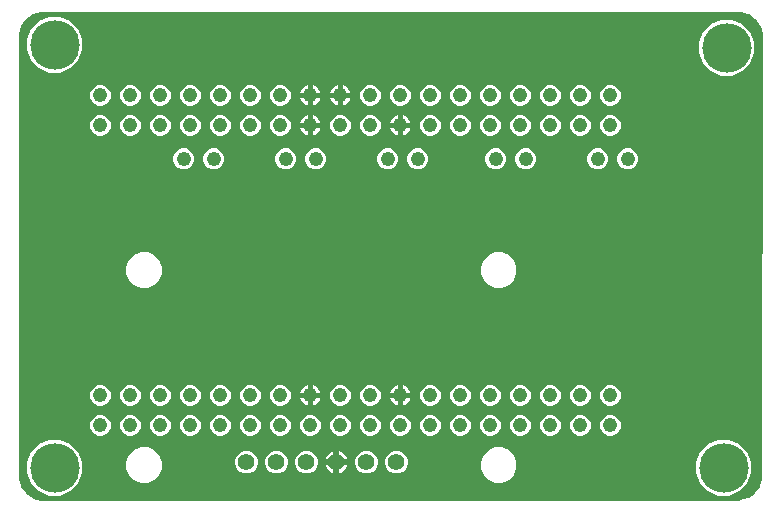
<source format=gbr>
G04 EAGLE Gerber RS-274X export*
G75*
%MOMM*%
%FSLAX34Y34*%
%LPD*%
%INCopper Layer 2*%
%IPPOS*%
%AMOC8*
5,1,8,0,0,1.08239X$1,22.5*%
G01*
%ADD10C,1.244600*%
%ADD11C,4.191000*%
%ADD12C,1.400000*%
%ADD13C,0.654800*%
%ADD14C,0.609600*%

G36*
X23906Y2539D02*
X23906Y2539D01*
X23970Y2541D01*
X25234Y2541D01*
X25255Y2543D01*
X25344Y2546D01*
X26318Y2631D01*
X26318Y2630D01*
X26430Y2602D01*
X26540Y2565D01*
X26584Y2562D01*
X26626Y2551D01*
X26787Y2541D01*
X607822Y2541D01*
X607920Y2553D01*
X608019Y2556D01*
X608077Y2573D01*
X608137Y2581D01*
X608229Y2617D01*
X608325Y2645D01*
X608377Y2675D01*
X608433Y2698D01*
X608513Y2756D01*
X608589Y2801D01*
X608613Y2805D01*
X608669Y2832D01*
X609656Y2746D01*
X609677Y2746D01*
X609766Y2741D01*
X611015Y2741D01*
X611032Y2736D01*
X611131Y2730D01*
X611151Y2727D01*
X611164Y2728D01*
X611193Y2726D01*
X613323Y2726D01*
X613408Y2737D01*
X613493Y2738D01*
X613627Y2765D01*
X613638Y2766D01*
X613642Y2768D01*
X613651Y2769D01*
X620176Y4518D01*
X620307Y4571D01*
X620438Y4620D01*
X620460Y4634D01*
X620471Y4638D01*
X620487Y4650D01*
X620576Y4704D01*
X626109Y8579D01*
X626214Y8674D01*
X626321Y8765D01*
X626337Y8785D01*
X626345Y8793D01*
X626356Y8809D01*
X626421Y8891D01*
X630296Y14424D01*
X630362Y14549D01*
X630431Y14671D01*
X630439Y14696D01*
X630444Y14706D01*
X630449Y14725D01*
X630482Y14824D01*
X632231Y21349D01*
X632242Y21434D01*
X632264Y21517D01*
X632272Y21653D01*
X632274Y21664D01*
X632273Y21668D01*
X632274Y21677D01*
X632274Y23809D01*
X632261Y23907D01*
X632259Y24001D01*
X632259Y25234D01*
X632257Y25255D01*
X632254Y25345D01*
X632169Y26317D01*
X632170Y26318D01*
X632199Y26431D01*
X632236Y26541D01*
X632239Y26584D01*
X632250Y26626D01*
X632260Y26787D01*
X632459Y392314D01*
X632453Y392357D01*
X632456Y392402D01*
X632433Y392515D01*
X632419Y392629D01*
X632403Y392670D01*
X632394Y392714D01*
X632368Y392768D01*
X632455Y393757D01*
X632454Y393778D01*
X632459Y393866D01*
X632460Y395120D01*
X632464Y395133D01*
X632470Y395232D01*
X632473Y395252D01*
X632472Y395265D01*
X632474Y395294D01*
X632474Y397423D01*
X632463Y397508D01*
X632462Y397593D01*
X632435Y397727D01*
X632434Y397738D01*
X632432Y397742D01*
X632431Y397751D01*
X630682Y404276D01*
X630629Y404407D01*
X630580Y404538D01*
X630566Y404560D01*
X630562Y404571D01*
X630550Y404587D01*
X630496Y404676D01*
X626621Y410209D01*
X626526Y410314D01*
X626435Y410421D01*
X626415Y410437D01*
X626407Y410445D01*
X626391Y410456D01*
X626309Y410521D01*
X620776Y414396D01*
X620651Y414462D01*
X620529Y414531D01*
X620504Y414539D01*
X620494Y414544D01*
X620475Y414549D01*
X620376Y414582D01*
X613851Y416331D01*
X613766Y416342D01*
X613683Y416364D01*
X613547Y416372D01*
X613536Y416374D01*
X613532Y416373D01*
X613523Y416374D01*
X611393Y416374D01*
X611294Y416361D01*
X611225Y416359D01*
X609966Y416359D01*
X609945Y416357D01*
X609856Y416354D01*
X608882Y416269D01*
X608882Y416270D01*
X608770Y416298D01*
X608660Y416335D01*
X608616Y416338D01*
X608574Y416349D01*
X608413Y416359D01*
X601777Y416359D01*
X601773Y416359D01*
X600160Y416359D01*
X600159Y416359D01*
X598630Y416359D01*
X598622Y416360D01*
X26787Y416559D01*
X26743Y416553D01*
X26699Y416556D01*
X26586Y416534D01*
X26471Y416519D01*
X26430Y416503D01*
X26387Y416494D01*
X26332Y416468D01*
X25344Y416555D01*
X25322Y416554D01*
X25233Y416559D01*
X23982Y416560D01*
X23967Y416564D01*
X23869Y416570D01*
X23848Y416573D01*
X23836Y416572D01*
X23807Y416574D01*
X21645Y416574D01*
X21560Y416563D01*
X21475Y416562D01*
X21340Y416535D01*
X21330Y416534D01*
X21326Y416532D01*
X21317Y416531D01*
X14730Y414766D01*
X14599Y414712D01*
X14468Y414663D01*
X14446Y414650D01*
X14435Y414645D01*
X14419Y414634D01*
X14330Y414579D01*
X8744Y410668D01*
X8640Y410573D01*
X8533Y410482D01*
X8517Y410462D01*
X8508Y410454D01*
X8497Y410438D01*
X8432Y410356D01*
X4521Y404770D01*
X4455Y404645D01*
X4386Y404523D01*
X4378Y404499D01*
X4372Y404489D01*
X4368Y404469D01*
X4334Y404370D01*
X2569Y397783D01*
X2558Y397698D01*
X2536Y397615D01*
X2528Y397479D01*
X2526Y397468D01*
X2527Y397464D01*
X2526Y397455D01*
X2526Y395293D01*
X2539Y395194D01*
X2541Y395125D01*
X2541Y393866D01*
X2543Y393845D01*
X2546Y393756D01*
X2631Y392782D01*
X2630Y392782D01*
X2602Y392670D01*
X2565Y392560D01*
X2562Y392516D01*
X2551Y392474D01*
X2541Y392313D01*
X2541Y26787D01*
X2546Y26743D01*
X2544Y26700D01*
X2566Y26586D01*
X2581Y26471D01*
X2597Y26431D01*
X2605Y26387D01*
X2632Y26331D01*
X2546Y25344D01*
X2546Y25323D01*
X2541Y25234D01*
X2541Y23985D01*
X2536Y23968D01*
X2530Y23868D01*
X2527Y23848D01*
X2528Y23835D01*
X2526Y23807D01*
X2526Y21645D01*
X2537Y21560D01*
X2538Y21475D01*
X2565Y21340D01*
X2566Y21330D01*
X2568Y21326D01*
X2569Y21317D01*
X4334Y14730D01*
X4388Y14599D01*
X4437Y14468D01*
X4450Y14446D01*
X4455Y14435D01*
X4466Y14419D01*
X4521Y14330D01*
X8432Y8744D01*
X8527Y8640D01*
X8618Y8533D01*
X8638Y8517D01*
X8646Y8508D01*
X8662Y8497D01*
X8744Y8432D01*
X14330Y4521D01*
X14455Y4455D01*
X14577Y4386D01*
X14601Y4378D01*
X14611Y4372D01*
X14631Y4368D01*
X14730Y4334D01*
X21317Y2569D01*
X21402Y2558D01*
X21485Y2536D01*
X21621Y2528D01*
X21632Y2526D01*
X21636Y2527D01*
X21645Y2526D01*
X23807Y2526D01*
X23906Y2539D01*
G37*
%LPC*%
G36*
X28346Y365124D02*
X28346Y365124D01*
X19711Y368701D01*
X13101Y375311D01*
X9524Y383946D01*
X9524Y393294D01*
X13101Y401929D01*
X19711Y408539D01*
X28346Y412116D01*
X37694Y412116D01*
X46329Y408539D01*
X52939Y401929D01*
X56516Y393294D01*
X56516Y383946D01*
X52939Y375311D01*
X46329Y368701D01*
X37694Y365124D01*
X28346Y365124D01*
G37*
%LPD*%
%LPC*%
G36*
X597306Y362584D02*
X597306Y362584D01*
X588671Y366161D01*
X582061Y372771D01*
X578484Y381406D01*
X578484Y390754D01*
X582061Y399389D01*
X588671Y405999D01*
X597306Y409576D01*
X606654Y409576D01*
X615289Y405999D01*
X621899Y399389D01*
X625476Y390754D01*
X625476Y381406D01*
X621899Y372771D01*
X615289Y366161D01*
X606654Y362584D01*
X597306Y362584D01*
G37*
%LPD*%
%LPC*%
G36*
X594766Y6984D02*
X594766Y6984D01*
X586131Y10561D01*
X579521Y17171D01*
X575944Y25806D01*
X575944Y35154D01*
X579521Y43789D01*
X586131Y50399D01*
X594766Y53976D01*
X604114Y53976D01*
X612749Y50399D01*
X619359Y43789D01*
X622936Y35154D01*
X622936Y25806D01*
X619359Y17171D01*
X612749Y10561D01*
X604114Y6984D01*
X594766Y6984D01*
G37*
%LPD*%
%LPC*%
G36*
X28346Y6984D02*
X28346Y6984D01*
X19711Y10561D01*
X13101Y17171D01*
X9524Y25806D01*
X9524Y35154D01*
X13101Y43789D01*
X19711Y50399D01*
X28346Y53976D01*
X37694Y53976D01*
X46329Y50399D01*
X52939Y43789D01*
X56516Y35154D01*
X56516Y25806D01*
X52939Y17171D01*
X46329Y10561D01*
X37694Y6984D01*
X28346Y6984D01*
G37*
%LPD*%
%LPC*%
G36*
X105908Y182659D02*
X105908Y182659D01*
X100380Y184949D01*
X96149Y189180D01*
X93859Y194708D01*
X93859Y200692D01*
X96149Y206220D01*
X100380Y210451D01*
X105908Y212741D01*
X111892Y212741D01*
X117420Y210451D01*
X121651Y206220D01*
X123941Y200692D01*
X123941Y194708D01*
X121651Y189180D01*
X117420Y184949D01*
X111892Y182659D01*
X105908Y182659D01*
G37*
%LPD*%
%LPC*%
G36*
X105908Y17659D02*
X105908Y17659D01*
X100380Y19949D01*
X96149Y24180D01*
X93859Y29708D01*
X93859Y35692D01*
X96149Y41220D01*
X100380Y45451D01*
X105908Y47741D01*
X111892Y47741D01*
X117420Y45451D01*
X121651Y41220D01*
X123941Y35692D01*
X123941Y29708D01*
X121651Y24180D01*
X117420Y19949D01*
X111892Y17659D01*
X105908Y17659D01*
G37*
%LPD*%
%LPC*%
G36*
X405908Y182659D02*
X405908Y182659D01*
X400380Y184949D01*
X396149Y189180D01*
X393859Y194708D01*
X393859Y200692D01*
X396149Y206220D01*
X400380Y210451D01*
X405908Y212741D01*
X411892Y212741D01*
X417420Y210451D01*
X421651Y206220D01*
X423941Y200692D01*
X423941Y194708D01*
X421651Y189180D01*
X417420Y184949D01*
X411892Y182659D01*
X405908Y182659D01*
G37*
%LPD*%
%LPC*%
G36*
X405908Y17659D02*
X405908Y17659D01*
X400380Y19949D01*
X396149Y24180D01*
X393859Y29708D01*
X393859Y35692D01*
X396149Y41220D01*
X400380Y45451D01*
X405908Y47741D01*
X411892Y47741D01*
X417420Y45451D01*
X421651Y41220D01*
X423941Y35692D01*
X423941Y29708D01*
X421651Y24180D01*
X417420Y19949D01*
X411892Y17659D01*
X405908Y17659D01*
G37*
%LPD*%
%LPC*%
G36*
X244302Y25699D02*
X244302Y25699D01*
X240796Y27152D01*
X238112Y29836D01*
X236659Y33342D01*
X236659Y37138D01*
X238112Y40644D01*
X240796Y43328D01*
X244302Y44781D01*
X248098Y44781D01*
X251604Y43328D01*
X254288Y40644D01*
X255741Y37138D01*
X255741Y33342D01*
X254288Y29836D01*
X251604Y27152D01*
X248098Y25699D01*
X244302Y25699D01*
G37*
%LPD*%
%LPC*%
G36*
X295102Y25699D02*
X295102Y25699D01*
X291596Y27152D01*
X288912Y29836D01*
X287459Y33342D01*
X287459Y37138D01*
X288912Y40644D01*
X291596Y43328D01*
X295102Y44781D01*
X298898Y44781D01*
X302404Y43328D01*
X305088Y40644D01*
X306541Y37138D01*
X306541Y33342D01*
X305088Y29836D01*
X302404Y27152D01*
X298898Y25699D01*
X295102Y25699D01*
G37*
%LPD*%
%LPC*%
G36*
X320502Y25699D02*
X320502Y25699D01*
X316996Y27152D01*
X314312Y29836D01*
X312859Y33342D01*
X312859Y37138D01*
X314312Y40644D01*
X316996Y43328D01*
X320502Y44781D01*
X324298Y44781D01*
X327804Y43328D01*
X330488Y40644D01*
X331941Y37138D01*
X331941Y33342D01*
X330488Y29836D01*
X327804Y27152D01*
X324298Y25699D01*
X320502Y25699D01*
G37*
%LPD*%
%LPC*%
G36*
X193502Y25699D02*
X193502Y25699D01*
X189996Y27152D01*
X187312Y29836D01*
X185859Y33342D01*
X185859Y37138D01*
X187312Y40644D01*
X189996Y43328D01*
X193502Y44781D01*
X197298Y44781D01*
X200804Y43328D01*
X203488Y40644D01*
X204941Y37138D01*
X204941Y33342D01*
X203488Y29836D01*
X200804Y27152D01*
X197298Y25699D01*
X193502Y25699D01*
G37*
%LPD*%
%LPC*%
G36*
X218902Y25699D02*
X218902Y25699D01*
X215396Y27152D01*
X212712Y29836D01*
X211259Y33342D01*
X211259Y37138D01*
X212712Y40644D01*
X215396Y43328D01*
X218902Y44781D01*
X222698Y44781D01*
X226204Y43328D01*
X228888Y40644D01*
X230341Y37138D01*
X230341Y33342D01*
X228888Y29836D01*
X226204Y27152D01*
X222698Y25699D01*
X218902Y25699D01*
G37*
%LPD*%
%LPC*%
G36*
X349457Y336936D02*
X349457Y336936D01*
X346236Y338270D01*
X343770Y340736D01*
X342436Y343957D01*
X342436Y347443D01*
X343770Y350664D01*
X346236Y353130D01*
X349457Y354464D01*
X352943Y354464D01*
X356164Y353130D01*
X358630Y350664D01*
X359964Y347443D01*
X359964Y343957D01*
X358630Y340736D01*
X356164Y338270D01*
X352943Y336936D01*
X349457Y336936D01*
G37*
%LPD*%
%LPC*%
G36*
X324057Y336936D02*
X324057Y336936D01*
X320836Y338270D01*
X318370Y340736D01*
X317036Y343957D01*
X317036Y347443D01*
X318370Y350664D01*
X320836Y353130D01*
X324057Y354464D01*
X327543Y354464D01*
X330764Y353130D01*
X333230Y350664D01*
X334564Y347443D01*
X334564Y343957D01*
X333230Y340736D01*
X330764Y338270D01*
X327543Y336936D01*
X324057Y336936D01*
G37*
%LPD*%
%LPC*%
G36*
X298657Y336936D02*
X298657Y336936D01*
X295436Y338270D01*
X292970Y340736D01*
X291636Y343957D01*
X291636Y347443D01*
X292970Y350664D01*
X295436Y353130D01*
X298657Y354464D01*
X302143Y354464D01*
X305364Y353130D01*
X307830Y350664D01*
X309164Y347443D01*
X309164Y343957D01*
X307830Y340736D01*
X305364Y338270D01*
X302143Y336936D01*
X298657Y336936D01*
G37*
%LPD*%
%LPC*%
G36*
X222457Y336936D02*
X222457Y336936D01*
X219236Y338270D01*
X216770Y340736D01*
X215436Y343957D01*
X215436Y347443D01*
X216770Y350664D01*
X219236Y353130D01*
X222457Y354464D01*
X225943Y354464D01*
X229164Y353130D01*
X231630Y350664D01*
X232964Y347443D01*
X232964Y343957D01*
X231630Y340736D01*
X229164Y338270D01*
X225943Y336936D01*
X222457Y336936D01*
G37*
%LPD*%
%LPC*%
G36*
X171657Y336936D02*
X171657Y336936D01*
X168436Y338270D01*
X165970Y340736D01*
X164636Y343957D01*
X164636Y347443D01*
X165970Y350664D01*
X168436Y353130D01*
X171657Y354464D01*
X175143Y354464D01*
X178364Y353130D01*
X180830Y350664D01*
X182164Y347443D01*
X182164Y343957D01*
X180830Y340736D01*
X178364Y338270D01*
X175143Y336936D01*
X171657Y336936D01*
G37*
%LPD*%
%LPC*%
G36*
X197057Y336936D02*
X197057Y336936D01*
X193836Y338270D01*
X191370Y340736D01*
X190036Y343957D01*
X190036Y347443D01*
X191370Y350664D01*
X193836Y353130D01*
X197057Y354464D01*
X200543Y354464D01*
X203764Y353130D01*
X206230Y350664D01*
X207564Y347443D01*
X207564Y343957D01*
X206230Y340736D01*
X203764Y338270D01*
X200543Y336936D01*
X197057Y336936D01*
G37*
%LPD*%
%LPC*%
G36*
X146257Y336936D02*
X146257Y336936D01*
X143036Y338270D01*
X140570Y340736D01*
X139236Y343957D01*
X139236Y347443D01*
X140570Y350664D01*
X143036Y353130D01*
X146257Y354464D01*
X149743Y354464D01*
X152964Y353130D01*
X155430Y350664D01*
X156764Y347443D01*
X156764Y343957D01*
X155430Y340736D01*
X152964Y338270D01*
X149743Y336936D01*
X146257Y336936D01*
G37*
%LPD*%
%LPC*%
G36*
X120857Y336936D02*
X120857Y336936D01*
X117636Y338270D01*
X115170Y340736D01*
X113836Y343957D01*
X113836Y347443D01*
X115170Y350664D01*
X117636Y353130D01*
X120857Y354464D01*
X124343Y354464D01*
X127564Y353130D01*
X130030Y350664D01*
X131364Y347443D01*
X131364Y343957D01*
X130030Y340736D01*
X127564Y338270D01*
X124343Y336936D01*
X120857Y336936D01*
G37*
%LPD*%
%LPC*%
G36*
X95457Y336936D02*
X95457Y336936D01*
X92236Y338270D01*
X89770Y340736D01*
X88436Y343957D01*
X88436Y347443D01*
X89770Y350664D01*
X92236Y353130D01*
X95457Y354464D01*
X98943Y354464D01*
X102164Y353130D01*
X104630Y350664D01*
X105964Y347443D01*
X105964Y343957D01*
X104630Y340736D01*
X102164Y338270D01*
X98943Y336936D01*
X95457Y336936D01*
G37*
%LPD*%
%LPC*%
G36*
X501857Y336936D02*
X501857Y336936D01*
X498636Y338270D01*
X496170Y340736D01*
X494836Y343957D01*
X494836Y347443D01*
X496170Y350664D01*
X498636Y353130D01*
X501857Y354464D01*
X505343Y354464D01*
X508564Y353130D01*
X511030Y350664D01*
X512364Y347443D01*
X512364Y343957D01*
X511030Y340736D01*
X508564Y338270D01*
X505343Y336936D01*
X501857Y336936D01*
G37*
%LPD*%
%LPC*%
G36*
X70057Y336936D02*
X70057Y336936D01*
X66836Y338270D01*
X64370Y340736D01*
X63036Y343957D01*
X63036Y347443D01*
X64370Y350664D01*
X66836Y353130D01*
X70057Y354464D01*
X73543Y354464D01*
X76764Y353130D01*
X79230Y350664D01*
X80564Y347443D01*
X80564Y343957D01*
X79230Y340736D01*
X76764Y338270D01*
X73543Y336936D01*
X70057Y336936D01*
G37*
%LPD*%
%LPC*%
G36*
X476457Y336936D02*
X476457Y336936D01*
X473236Y338270D01*
X470770Y340736D01*
X469436Y343957D01*
X469436Y347443D01*
X470770Y350664D01*
X473236Y353130D01*
X476457Y354464D01*
X479943Y354464D01*
X483164Y353130D01*
X485630Y350664D01*
X486964Y347443D01*
X486964Y343957D01*
X485630Y340736D01*
X483164Y338270D01*
X479943Y336936D01*
X476457Y336936D01*
G37*
%LPD*%
%LPC*%
G36*
X451057Y336936D02*
X451057Y336936D01*
X447836Y338270D01*
X445370Y340736D01*
X444036Y343957D01*
X444036Y347443D01*
X445370Y350664D01*
X447836Y353130D01*
X451057Y354464D01*
X454543Y354464D01*
X457764Y353130D01*
X460230Y350664D01*
X461564Y347443D01*
X461564Y343957D01*
X460230Y340736D01*
X457764Y338270D01*
X454543Y336936D01*
X451057Y336936D01*
G37*
%LPD*%
%LPC*%
G36*
X425657Y336936D02*
X425657Y336936D01*
X422436Y338270D01*
X419970Y340736D01*
X418636Y343957D01*
X418636Y347443D01*
X419970Y350664D01*
X422436Y353130D01*
X425657Y354464D01*
X429143Y354464D01*
X432364Y353130D01*
X434830Y350664D01*
X436164Y347443D01*
X436164Y343957D01*
X434830Y340736D01*
X432364Y338270D01*
X429143Y336936D01*
X425657Y336936D01*
G37*
%LPD*%
%LPC*%
G36*
X400257Y336936D02*
X400257Y336936D01*
X397036Y338270D01*
X394570Y340736D01*
X393236Y343957D01*
X393236Y347443D01*
X394570Y350664D01*
X397036Y353130D01*
X400257Y354464D01*
X403743Y354464D01*
X406964Y353130D01*
X409430Y350664D01*
X410764Y347443D01*
X410764Y343957D01*
X409430Y340736D01*
X406964Y338270D01*
X403743Y336936D01*
X400257Y336936D01*
G37*
%LPD*%
%LPC*%
G36*
X374857Y336936D02*
X374857Y336936D01*
X371636Y338270D01*
X369170Y340736D01*
X367836Y343957D01*
X367836Y347443D01*
X369170Y350664D01*
X371636Y353130D01*
X374857Y354464D01*
X378343Y354464D01*
X381564Y353130D01*
X384030Y350664D01*
X385364Y347443D01*
X385364Y343957D01*
X384030Y340736D01*
X381564Y338270D01*
X378343Y336936D01*
X374857Y336936D01*
G37*
%LPD*%
%LPC*%
G36*
X400257Y57536D02*
X400257Y57536D01*
X397036Y58870D01*
X394570Y61336D01*
X393236Y64557D01*
X393236Y68043D01*
X394570Y71264D01*
X397036Y73730D01*
X400257Y75064D01*
X403743Y75064D01*
X406964Y73730D01*
X409430Y71264D01*
X410764Y68043D01*
X410764Y64557D01*
X409430Y61336D01*
X406964Y58870D01*
X403743Y57536D01*
X400257Y57536D01*
G37*
%LPD*%
%LPC*%
G36*
X374857Y57536D02*
X374857Y57536D01*
X371636Y58870D01*
X369170Y61336D01*
X367836Y64557D01*
X367836Y68043D01*
X369170Y71264D01*
X371636Y73730D01*
X374857Y75064D01*
X378343Y75064D01*
X381564Y73730D01*
X384030Y71264D01*
X385364Y68043D01*
X385364Y64557D01*
X384030Y61336D01*
X381564Y58870D01*
X378343Y57536D01*
X374857Y57536D01*
G37*
%LPD*%
%LPC*%
G36*
X349457Y57536D02*
X349457Y57536D01*
X346236Y58870D01*
X343770Y61336D01*
X342436Y64557D01*
X342436Y68043D01*
X343770Y71264D01*
X346236Y73730D01*
X349457Y75064D01*
X352943Y75064D01*
X356164Y73730D01*
X358630Y71264D01*
X359964Y68043D01*
X359964Y64557D01*
X358630Y61336D01*
X356164Y58870D01*
X352943Y57536D01*
X349457Y57536D01*
G37*
%LPD*%
%LPC*%
G36*
X324057Y57536D02*
X324057Y57536D01*
X320836Y58870D01*
X318370Y61336D01*
X317036Y64557D01*
X317036Y68043D01*
X318370Y71264D01*
X320836Y73730D01*
X324057Y75064D01*
X327543Y75064D01*
X330764Y73730D01*
X333230Y71264D01*
X334564Y68043D01*
X334564Y64557D01*
X333230Y61336D01*
X330764Y58870D01*
X327543Y57536D01*
X324057Y57536D01*
G37*
%LPD*%
%LPC*%
G36*
X501857Y311536D02*
X501857Y311536D01*
X498636Y312870D01*
X496170Y315336D01*
X494836Y318557D01*
X494836Y322043D01*
X496170Y325264D01*
X498636Y327730D01*
X501857Y329064D01*
X505343Y329064D01*
X508564Y327730D01*
X511030Y325264D01*
X512364Y322043D01*
X512364Y318557D01*
X511030Y315336D01*
X508564Y312870D01*
X505343Y311536D01*
X501857Y311536D01*
G37*
%LPD*%
%LPC*%
G36*
X476457Y311536D02*
X476457Y311536D01*
X473236Y312870D01*
X470770Y315336D01*
X469436Y318557D01*
X469436Y322043D01*
X470770Y325264D01*
X473236Y327730D01*
X476457Y329064D01*
X479943Y329064D01*
X483164Y327730D01*
X485630Y325264D01*
X486964Y322043D01*
X486964Y318557D01*
X485630Y315336D01*
X483164Y312870D01*
X479943Y311536D01*
X476457Y311536D01*
G37*
%LPD*%
%LPC*%
G36*
X451057Y311536D02*
X451057Y311536D01*
X447836Y312870D01*
X445370Y315336D01*
X444036Y318557D01*
X444036Y322043D01*
X445370Y325264D01*
X447836Y327730D01*
X451057Y329064D01*
X454543Y329064D01*
X457764Y327730D01*
X460230Y325264D01*
X461564Y322043D01*
X461564Y318557D01*
X460230Y315336D01*
X457764Y312870D01*
X454543Y311536D01*
X451057Y311536D01*
G37*
%LPD*%
%LPC*%
G36*
X425657Y311536D02*
X425657Y311536D01*
X422436Y312870D01*
X419970Y315336D01*
X418636Y318557D01*
X418636Y322043D01*
X419970Y325264D01*
X422436Y327730D01*
X425657Y329064D01*
X429143Y329064D01*
X432364Y327730D01*
X434830Y325264D01*
X436164Y322043D01*
X436164Y318557D01*
X434830Y315336D01*
X432364Y312870D01*
X429143Y311536D01*
X425657Y311536D01*
G37*
%LPD*%
%LPC*%
G36*
X400257Y311536D02*
X400257Y311536D01*
X397036Y312870D01*
X394570Y315336D01*
X393236Y318557D01*
X393236Y322043D01*
X394570Y325264D01*
X397036Y327730D01*
X400257Y329064D01*
X403743Y329064D01*
X406964Y327730D01*
X409430Y325264D01*
X410764Y322043D01*
X410764Y318557D01*
X409430Y315336D01*
X406964Y312870D01*
X403743Y311536D01*
X400257Y311536D01*
G37*
%LPD*%
%LPC*%
G36*
X374857Y311536D02*
X374857Y311536D01*
X371636Y312870D01*
X369170Y315336D01*
X367836Y318557D01*
X367836Y322043D01*
X369170Y325264D01*
X371636Y327730D01*
X374857Y329064D01*
X378343Y329064D01*
X381564Y327730D01*
X384030Y325264D01*
X385364Y322043D01*
X385364Y318557D01*
X384030Y315336D01*
X381564Y312870D01*
X378343Y311536D01*
X374857Y311536D01*
G37*
%LPD*%
%LPC*%
G36*
X349457Y311536D02*
X349457Y311536D01*
X346236Y312870D01*
X343770Y315336D01*
X342436Y318557D01*
X342436Y322043D01*
X343770Y325264D01*
X346236Y327730D01*
X349457Y329064D01*
X352943Y329064D01*
X356164Y327730D01*
X358630Y325264D01*
X359964Y322043D01*
X359964Y318557D01*
X358630Y315336D01*
X356164Y312870D01*
X352943Y311536D01*
X349457Y311536D01*
G37*
%LPD*%
%LPC*%
G36*
X298657Y311536D02*
X298657Y311536D01*
X295436Y312870D01*
X292970Y315336D01*
X291636Y318557D01*
X291636Y322043D01*
X292970Y325264D01*
X295436Y327730D01*
X298657Y329064D01*
X302143Y329064D01*
X305364Y327730D01*
X307830Y325264D01*
X309164Y322043D01*
X309164Y318557D01*
X307830Y315336D01*
X305364Y312870D01*
X302143Y311536D01*
X298657Y311536D01*
G37*
%LPD*%
%LPC*%
G36*
X273257Y311536D02*
X273257Y311536D01*
X270036Y312870D01*
X267570Y315336D01*
X266236Y318557D01*
X266236Y322043D01*
X267570Y325264D01*
X270036Y327730D01*
X273257Y329064D01*
X276743Y329064D01*
X279964Y327730D01*
X282430Y325264D01*
X283764Y322043D01*
X283764Y318557D01*
X282430Y315336D01*
X279964Y312870D01*
X276743Y311536D01*
X273257Y311536D01*
G37*
%LPD*%
%LPC*%
G36*
X222457Y311536D02*
X222457Y311536D01*
X219236Y312870D01*
X216770Y315336D01*
X215436Y318557D01*
X215436Y322043D01*
X216770Y325264D01*
X219236Y327730D01*
X222457Y329064D01*
X225943Y329064D01*
X229164Y327730D01*
X231630Y325264D01*
X232964Y322043D01*
X232964Y318557D01*
X231630Y315336D01*
X229164Y312870D01*
X225943Y311536D01*
X222457Y311536D01*
G37*
%LPD*%
%LPC*%
G36*
X197057Y311536D02*
X197057Y311536D01*
X193836Y312870D01*
X191370Y315336D01*
X190036Y318557D01*
X190036Y322043D01*
X191370Y325264D01*
X193836Y327730D01*
X197057Y329064D01*
X200543Y329064D01*
X203764Y327730D01*
X206230Y325264D01*
X207564Y322043D01*
X207564Y318557D01*
X206230Y315336D01*
X203764Y312870D01*
X200543Y311536D01*
X197057Y311536D01*
G37*
%LPD*%
%LPC*%
G36*
X171657Y311536D02*
X171657Y311536D01*
X168436Y312870D01*
X165970Y315336D01*
X164636Y318557D01*
X164636Y322043D01*
X165970Y325264D01*
X168436Y327730D01*
X171657Y329064D01*
X175143Y329064D01*
X178364Y327730D01*
X180830Y325264D01*
X182164Y322043D01*
X182164Y318557D01*
X180830Y315336D01*
X178364Y312870D01*
X175143Y311536D01*
X171657Y311536D01*
G37*
%LPD*%
%LPC*%
G36*
X146257Y311536D02*
X146257Y311536D01*
X143036Y312870D01*
X140570Y315336D01*
X139236Y318557D01*
X139236Y322043D01*
X140570Y325264D01*
X143036Y327730D01*
X146257Y329064D01*
X149743Y329064D01*
X152964Y327730D01*
X155430Y325264D01*
X156764Y322043D01*
X156764Y318557D01*
X155430Y315336D01*
X152964Y312870D01*
X149743Y311536D01*
X146257Y311536D01*
G37*
%LPD*%
%LPC*%
G36*
X120857Y311536D02*
X120857Y311536D01*
X117636Y312870D01*
X115170Y315336D01*
X113836Y318557D01*
X113836Y322043D01*
X115170Y325264D01*
X117636Y327730D01*
X120857Y329064D01*
X124343Y329064D01*
X127564Y327730D01*
X130030Y325264D01*
X131364Y322043D01*
X131364Y318557D01*
X130030Y315336D01*
X127564Y312870D01*
X124343Y311536D01*
X120857Y311536D01*
G37*
%LPD*%
%LPC*%
G36*
X95457Y311536D02*
X95457Y311536D01*
X92236Y312870D01*
X89770Y315336D01*
X88436Y318557D01*
X88436Y322043D01*
X89770Y325264D01*
X92236Y327730D01*
X95457Y329064D01*
X98943Y329064D01*
X102164Y327730D01*
X104630Y325264D01*
X105964Y322043D01*
X105964Y318557D01*
X104630Y315336D01*
X102164Y312870D01*
X98943Y311536D01*
X95457Y311536D01*
G37*
%LPD*%
%LPC*%
G36*
X70057Y311536D02*
X70057Y311536D01*
X66836Y312870D01*
X64370Y315336D01*
X63036Y318557D01*
X63036Y322043D01*
X64370Y325264D01*
X66836Y327730D01*
X70057Y329064D01*
X73543Y329064D01*
X76764Y327730D01*
X79230Y325264D01*
X80564Y322043D01*
X80564Y318557D01*
X79230Y315336D01*
X76764Y312870D01*
X73543Y311536D01*
X70057Y311536D01*
G37*
%LPD*%
%LPC*%
G36*
X165897Y283336D02*
X165897Y283336D01*
X162676Y284670D01*
X160210Y287136D01*
X158876Y290357D01*
X158876Y293843D01*
X160210Y297064D01*
X162676Y299530D01*
X165897Y300864D01*
X169383Y300864D01*
X172604Y299530D01*
X175070Y297064D01*
X176404Y293843D01*
X176404Y290357D01*
X175070Y287136D01*
X172604Y284670D01*
X169383Y283336D01*
X165897Y283336D01*
G37*
%LPD*%
%LPC*%
G36*
X516417Y283336D02*
X516417Y283336D01*
X513196Y284670D01*
X510730Y287136D01*
X509396Y290357D01*
X509396Y293843D01*
X510730Y297064D01*
X513196Y299530D01*
X516417Y300864D01*
X519903Y300864D01*
X523124Y299530D01*
X525590Y297064D01*
X526924Y293843D01*
X526924Y290357D01*
X525590Y287136D01*
X523124Y284670D01*
X519903Y283336D01*
X516417Y283336D01*
G37*
%LPD*%
%LPC*%
G36*
X491017Y283336D02*
X491017Y283336D01*
X487796Y284670D01*
X485330Y287136D01*
X483996Y290357D01*
X483996Y293843D01*
X485330Y297064D01*
X487796Y299530D01*
X491017Y300864D01*
X494503Y300864D01*
X497724Y299530D01*
X500190Y297064D01*
X501524Y293843D01*
X501524Y290357D01*
X500190Y287136D01*
X497724Y284670D01*
X494503Y283336D01*
X491017Y283336D01*
G37*
%LPD*%
%LPC*%
G36*
X430057Y283336D02*
X430057Y283336D01*
X426836Y284670D01*
X424370Y287136D01*
X423036Y290357D01*
X423036Y293843D01*
X424370Y297064D01*
X426836Y299530D01*
X430057Y300864D01*
X433543Y300864D01*
X436764Y299530D01*
X439230Y297064D01*
X440564Y293843D01*
X440564Y290357D01*
X439230Y287136D01*
X436764Y284670D01*
X433543Y283336D01*
X430057Y283336D01*
G37*
%LPD*%
%LPC*%
G36*
X404657Y283336D02*
X404657Y283336D01*
X401436Y284670D01*
X398970Y287136D01*
X397636Y290357D01*
X397636Y293843D01*
X398970Y297064D01*
X401436Y299530D01*
X404657Y300864D01*
X408143Y300864D01*
X411364Y299530D01*
X413830Y297064D01*
X415164Y293843D01*
X415164Y290357D01*
X413830Y287136D01*
X411364Y284670D01*
X408143Y283336D01*
X404657Y283336D01*
G37*
%LPD*%
%LPC*%
G36*
X338617Y283336D02*
X338617Y283336D01*
X335396Y284670D01*
X332930Y287136D01*
X331596Y290357D01*
X331596Y293843D01*
X332930Y297064D01*
X335396Y299530D01*
X338617Y300864D01*
X342103Y300864D01*
X345324Y299530D01*
X347790Y297064D01*
X349124Y293843D01*
X349124Y290357D01*
X347790Y287136D01*
X345324Y284670D01*
X342103Y283336D01*
X338617Y283336D01*
G37*
%LPD*%
%LPC*%
G36*
X313217Y283336D02*
X313217Y283336D01*
X309996Y284670D01*
X307530Y287136D01*
X306196Y290357D01*
X306196Y293843D01*
X307530Y297064D01*
X309996Y299530D01*
X313217Y300864D01*
X316703Y300864D01*
X319924Y299530D01*
X322390Y297064D01*
X323724Y293843D01*
X323724Y290357D01*
X322390Y287136D01*
X319924Y284670D01*
X316703Y283336D01*
X313217Y283336D01*
G37*
%LPD*%
%LPC*%
G36*
X252257Y283336D02*
X252257Y283336D01*
X249036Y284670D01*
X246570Y287136D01*
X245236Y290357D01*
X245236Y293843D01*
X246570Y297064D01*
X249036Y299530D01*
X252257Y300864D01*
X255743Y300864D01*
X258964Y299530D01*
X261430Y297064D01*
X262764Y293843D01*
X262764Y290357D01*
X261430Y287136D01*
X258964Y284670D01*
X255743Y283336D01*
X252257Y283336D01*
G37*
%LPD*%
%LPC*%
G36*
X226857Y283336D02*
X226857Y283336D01*
X223636Y284670D01*
X221170Y287136D01*
X219836Y290357D01*
X219836Y293843D01*
X221170Y297064D01*
X223636Y299530D01*
X226857Y300864D01*
X230343Y300864D01*
X233564Y299530D01*
X236030Y297064D01*
X237364Y293843D01*
X237364Y290357D01*
X236030Y287136D01*
X233564Y284670D01*
X230343Y283336D01*
X226857Y283336D01*
G37*
%LPD*%
%LPC*%
G36*
X197057Y82936D02*
X197057Y82936D01*
X193836Y84270D01*
X191370Y86736D01*
X190036Y89957D01*
X190036Y93443D01*
X191370Y96664D01*
X193836Y99130D01*
X197057Y100464D01*
X200543Y100464D01*
X203764Y99130D01*
X206230Y96664D01*
X207564Y93443D01*
X207564Y89957D01*
X206230Y86736D01*
X203764Y84270D01*
X200543Y82936D01*
X197057Y82936D01*
G37*
%LPD*%
%LPC*%
G36*
X140497Y283336D02*
X140497Y283336D01*
X137276Y284670D01*
X134810Y287136D01*
X133476Y290357D01*
X133476Y293843D01*
X134810Y297064D01*
X137276Y299530D01*
X140497Y300864D01*
X143983Y300864D01*
X147204Y299530D01*
X149670Y297064D01*
X151004Y293843D01*
X151004Y290357D01*
X149670Y287136D01*
X147204Y284670D01*
X143983Y283336D01*
X140497Y283336D01*
G37*
%LPD*%
%LPC*%
G36*
X501857Y82936D02*
X501857Y82936D01*
X498636Y84270D01*
X496170Y86736D01*
X494836Y89957D01*
X494836Y93443D01*
X496170Y96664D01*
X498636Y99130D01*
X501857Y100464D01*
X505343Y100464D01*
X508564Y99130D01*
X511030Y96664D01*
X512364Y93443D01*
X512364Y89957D01*
X511030Y86736D01*
X508564Y84270D01*
X505343Y82936D01*
X501857Y82936D01*
G37*
%LPD*%
%LPC*%
G36*
X349457Y82936D02*
X349457Y82936D01*
X346236Y84270D01*
X343770Y86736D01*
X342436Y89957D01*
X342436Y93443D01*
X343770Y96664D01*
X346236Y99130D01*
X349457Y100464D01*
X352943Y100464D01*
X356164Y99130D01*
X358630Y96664D01*
X359964Y93443D01*
X359964Y89957D01*
X358630Y86736D01*
X356164Y84270D01*
X352943Y82936D01*
X349457Y82936D01*
G37*
%LPD*%
%LPC*%
G36*
X298657Y82936D02*
X298657Y82936D01*
X295436Y84270D01*
X292970Y86736D01*
X291636Y89957D01*
X291636Y93443D01*
X292970Y96664D01*
X295436Y99130D01*
X298657Y100464D01*
X302143Y100464D01*
X305364Y99130D01*
X307830Y96664D01*
X309164Y93443D01*
X309164Y89957D01*
X307830Y86736D01*
X305364Y84270D01*
X302143Y82936D01*
X298657Y82936D01*
G37*
%LPD*%
%LPC*%
G36*
X476457Y82936D02*
X476457Y82936D01*
X473236Y84270D01*
X470770Y86736D01*
X469436Y89957D01*
X469436Y93443D01*
X470770Y96664D01*
X473236Y99130D01*
X476457Y100464D01*
X479943Y100464D01*
X483164Y99130D01*
X485630Y96664D01*
X486964Y93443D01*
X486964Y89957D01*
X485630Y86736D01*
X483164Y84270D01*
X479943Y82936D01*
X476457Y82936D01*
G37*
%LPD*%
%LPC*%
G36*
X451057Y82936D02*
X451057Y82936D01*
X447836Y84270D01*
X445370Y86736D01*
X444036Y89957D01*
X444036Y93443D01*
X445370Y96664D01*
X447836Y99130D01*
X451057Y100464D01*
X454543Y100464D01*
X457764Y99130D01*
X460230Y96664D01*
X461564Y93443D01*
X461564Y89957D01*
X460230Y86736D01*
X457764Y84270D01*
X454543Y82936D01*
X451057Y82936D01*
G37*
%LPD*%
%LPC*%
G36*
X425657Y82936D02*
X425657Y82936D01*
X422436Y84270D01*
X419970Y86736D01*
X418636Y89957D01*
X418636Y93443D01*
X419970Y96664D01*
X422436Y99130D01*
X425657Y100464D01*
X429143Y100464D01*
X432364Y99130D01*
X434830Y96664D01*
X436164Y93443D01*
X436164Y89957D01*
X434830Y86736D01*
X432364Y84270D01*
X429143Y82936D01*
X425657Y82936D01*
G37*
%LPD*%
%LPC*%
G36*
X400257Y82936D02*
X400257Y82936D01*
X397036Y84270D01*
X394570Y86736D01*
X393236Y89957D01*
X393236Y93443D01*
X394570Y96664D01*
X397036Y99130D01*
X400257Y100464D01*
X403743Y100464D01*
X406964Y99130D01*
X409430Y96664D01*
X410764Y93443D01*
X410764Y89957D01*
X409430Y86736D01*
X406964Y84270D01*
X403743Y82936D01*
X400257Y82936D01*
G37*
%LPD*%
%LPC*%
G36*
X374857Y82936D02*
X374857Y82936D01*
X371636Y84270D01*
X369170Y86736D01*
X367836Y89957D01*
X367836Y93443D01*
X369170Y96664D01*
X371636Y99130D01*
X374857Y100464D01*
X378343Y100464D01*
X381564Y99130D01*
X384030Y96664D01*
X385364Y93443D01*
X385364Y89957D01*
X384030Y86736D01*
X381564Y84270D01*
X378343Y82936D01*
X374857Y82936D01*
G37*
%LPD*%
%LPC*%
G36*
X273257Y82936D02*
X273257Y82936D01*
X270036Y84270D01*
X267570Y86736D01*
X266236Y89957D01*
X266236Y93443D01*
X267570Y96664D01*
X270036Y99130D01*
X273257Y100464D01*
X276743Y100464D01*
X279964Y99130D01*
X282430Y96664D01*
X283764Y93443D01*
X283764Y89957D01*
X282430Y86736D01*
X279964Y84270D01*
X276743Y82936D01*
X273257Y82936D01*
G37*
%LPD*%
%LPC*%
G36*
X222457Y82936D02*
X222457Y82936D01*
X219236Y84270D01*
X216770Y86736D01*
X215436Y89957D01*
X215436Y93443D01*
X216770Y96664D01*
X219236Y99130D01*
X222457Y100464D01*
X225943Y100464D01*
X229164Y99130D01*
X231630Y96664D01*
X232964Y93443D01*
X232964Y89957D01*
X231630Y86736D01*
X229164Y84270D01*
X225943Y82936D01*
X222457Y82936D01*
G37*
%LPD*%
%LPC*%
G36*
X171657Y82936D02*
X171657Y82936D01*
X168436Y84270D01*
X165970Y86736D01*
X164636Y89957D01*
X164636Y93443D01*
X165970Y96664D01*
X168436Y99130D01*
X171657Y100464D01*
X175143Y100464D01*
X178364Y99130D01*
X180830Y96664D01*
X182164Y93443D01*
X182164Y89957D01*
X180830Y86736D01*
X178364Y84270D01*
X175143Y82936D01*
X171657Y82936D01*
G37*
%LPD*%
%LPC*%
G36*
X146257Y82936D02*
X146257Y82936D01*
X143036Y84270D01*
X140570Y86736D01*
X139236Y89957D01*
X139236Y93443D01*
X140570Y96664D01*
X143036Y99130D01*
X146257Y100464D01*
X149743Y100464D01*
X152964Y99130D01*
X155430Y96664D01*
X156764Y93443D01*
X156764Y89957D01*
X155430Y86736D01*
X152964Y84270D01*
X149743Y82936D01*
X146257Y82936D01*
G37*
%LPD*%
%LPC*%
G36*
X120857Y82936D02*
X120857Y82936D01*
X117636Y84270D01*
X115170Y86736D01*
X113836Y89957D01*
X113836Y93443D01*
X115170Y96664D01*
X117636Y99130D01*
X120857Y100464D01*
X124343Y100464D01*
X127564Y99130D01*
X130030Y96664D01*
X131364Y93443D01*
X131364Y89957D01*
X130030Y86736D01*
X127564Y84270D01*
X124343Y82936D01*
X120857Y82936D01*
G37*
%LPD*%
%LPC*%
G36*
X95457Y82936D02*
X95457Y82936D01*
X92236Y84270D01*
X89770Y86736D01*
X88436Y89957D01*
X88436Y93443D01*
X89770Y96664D01*
X92236Y99130D01*
X95457Y100464D01*
X98943Y100464D01*
X102164Y99130D01*
X104630Y96664D01*
X105964Y93443D01*
X105964Y89957D01*
X104630Y86736D01*
X102164Y84270D01*
X98943Y82936D01*
X95457Y82936D01*
G37*
%LPD*%
%LPC*%
G36*
X70057Y82936D02*
X70057Y82936D01*
X66836Y84270D01*
X64370Y86736D01*
X63036Y89957D01*
X63036Y93443D01*
X64370Y96664D01*
X66836Y99130D01*
X70057Y100464D01*
X73543Y100464D01*
X76764Y99130D01*
X79230Y96664D01*
X80564Y93443D01*
X80564Y89957D01*
X79230Y86736D01*
X76764Y84270D01*
X73543Y82936D01*
X70057Y82936D01*
G37*
%LPD*%
%LPC*%
G36*
X298657Y57536D02*
X298657Y57536D01*
X295436Y58870D01*
X292970Y61336D01*
X291636Y64557D01*
X291636Y68043D01*
X292970Y71264D01*
X295436Y73730D01*
X298657Y75064D01*
X302143Y75064D01*
X305364Y73730D01*
X307830Y71264D01*
X309164Y68043D01*
X309164Y64557D01*
X307830Y61336D01*
X305364Y58870D01*
X302143Y57536D01*
X298657Y57536D01*
G37*
%LPD*%
%LPC*%
G36*
X273257Y57536D02*
X273257Y57536D01*
X270036Y58870D01*
X267570Y61336D01*
X266236Y64557D01*
X266236Y68043D01*
X267570Y71264D01*
X270036Y73730D01*
X273257Y75064D01*
X276743Y75064D01*
X279964Y73730D01*
X282430Y71264D01*
X283764Y68043D01*
X283764Y64557D01*
X282430Y61336D01*
X279964Y58870D01*
X276743Y57536D01*
X273257Y57536D01*
G37*
%LPD*%
%LPC*%
G36*
X247857Y57536D02*
X247857Y57536D01*
X244636Y58870D01*
X242170Y61336D01*
X240836Y64557D01*
X240836Y68043D01*
X242170Y71264D01*
X244636Y73730D01*
X247857Y75064D01*
X251343Y75064D01*
X254564Y73730D01*
X257030Y71264D01*
X258364Y68043D01*
X258364Y64557D01*
X257030Y61336D01*
X254564Y58870D01*
X251343Y57536D01*
X247857Y57536D01*
G37*
%LPD*%
%LPC*%
G36*
X222457Y57536D02*
X222457Y57536D01*
X219236Y58870D01*
X216770Y61336D01*
X215436Y64557D01*
X215436Y68043D01*
X216770Y71264D01*
X219236Y73730D01*
X222457Y75064D01*
X225943Y75064D01*
X229164Y73730D01*
X231630Y71264D01*
X232964Y68043D01*
X232964Y64557D01*
X231630Y61336D01*
X229164Y58870D01*
X225943Y57536D01*
X222457Y57536D01*
G37*
%LPD*%
%LPC*%
G36*
X197057Y57536D02*
X197057Y57536D01*
X193836Y58870D01*
X191370Y61336D01*
X190036Y64557D01*
X190036Y68043D01*
X191370Y71264D01*
X193836Y73730D01*
X197057Y75064D01*
X200543Y75064D01*
X203764Y73730D01*
X206230Y71264D01*
X207564Y68043D01*
X207564Y64557D01*
X206230Y61336D01*
X203764Y58870D01*
X200543Y57536D01*
X197057Y57536D01*
G37*
%LPD*%
%LPC*%
G36*
X171657Y57536D02*
X171657Y57536D01*
X168436Y58870D01*
X165970Y61336D01*
X164636Y64557D01*
X164636Y68043D01*
X165970Y71264D01*
X168436Y73730D01*
X171657Y75064D01*
X175143Y75064D01*
X178364Y73730D01*
X180830Y71264D01*
X182164Y68043D01*
X182164Y64557D01*
X180830Y61336D01*
X178364Y58870D01*
X175143Y57536D01*
X171657Y57536D01*
G37*
%LPD*%
%LPC*%
G36*
X146257Y57536D02*
X146257Y57536D01*
X143036Y58870D01*
X140570Y61336D01*
X139236Y64557D01*
X139236Y68043D01*
X140570Y71264D01*
X143036Y73730D01*
X146257Y75064D01*
X149743Y75064D01*
X152964Y73730D01*
X155430Y71264D01*
X156764Y68043D01*
X156764Y64557D01*
X155430Y61336D01*
X152964Y58870D01*
X149743Y57536D01*
X146257Y57536D01*
G37*
%LPD*%
%LPC*%
G36*
X120857Y57536D02*
X120857Y57536D01*
X117636Y58870D01*
X115170Y61336D01*
X113836Y64557D01*
X113836Y68043D01*
X115170Y71264D01*
X117636Y73730D01*
X120857Y75064D01*
X124343Y75064D01*
X127564Y73730D01*
X130030Y71264D01*
X131364Y68043D01*
X131364Y64557D01*
X130030Y61336D01*
X127564Y58870D01*
X124343Y57536D01*
X120857Y57536D01*
G37*
%LPD*%
%LPC*%
G36*
X95457Y57536D02*
X95457Y57536D01*
X92236Y58870D01*
X89770Y61336D01*
X88436Y64557D01*
X88436Y68043D01*
X89770Y71264D01*
X92236Y73730D01*
X95457Y75064D01*
X98943Y75064D01*
X102164Y73730D01*
X104630Y71264D01*
X105964Y68043D01*
X105964Y64557D01*
X104630Y61336D01*
X102164Y58870D01*
X98943Y57536D01*
X95457Y57536D01*
G37*
%LPD*%
%LPC*%
G36*
X70057Y57536D02*
X70057Y57536D01*
X66836Y58870D01*
X64370Y61336D01*
X63036Y64557D01*
X63036Y68043D01*
X64370Y71264D01*
X66836Y73730D01*
X70057Y75064D01*
X73543Y75064D01*
X76764Y73730D01*
X79230Y71264D01*
X80564Y68043D01*
X80564Y64557D01*
X79230Y61336D01*
X76764Y58870D01*
X73543Y57536D01*
X70057Y57536D01*
G37*
%LPD*%
%LPC*%
G36*
X501857Y57536D02*
X501857Y57536D01*
X498636Y58870D01*
X496170Y61336D01*
X494836Y64557D01*
X494836Y68043D01*
X496170Y71264D01*
X498636Y73730D01*
X501857Y75064D01*
X505343Y75064D01*
X508564Y73730D01*
X511030Y71264D01*
X512364Y68043D01*
X512364Y64557D01*
X511030Y61336D01*
X508564Y58870D01*
X505343Y57536D01*
X501857Y57536D01*
G37*
%LPD*%
%LPC*%
G36*
X476457Y57536D02*
X476457Y57536D01*
X473236Y58870D01*
X470770Y61336D01*
X469436Y64557D01*
X469436Y68043D01*
X470770Y71264D01*
X473236Y73730D01*
X476457Y75064D01*
X479943Y75064D01*
X483164Y73730D01*
X485630Y71264D01*
X486964Y68043D01*
X486964Y64557D01*
X485630Y61336D01*
X483164Y58870D01*
X479943Y57536D01*
X476457Y57536D01*
G37*
%LPD*%
%LPC*%
G36*
X451057Y57536D02*
X451057Y57536D01*
X447836Y58870D01*
X445370Y61336D01*
X444036Y64557D01*
X444036Y68043D01*
X445370Y71264D01*
X447836Y73730D01*
X451057Y75064D01*
X454543Y75064D01*
X457764Y73730D01*
X460230Y71264D01*
X461564Y68043D01*
X461564Y64557D01*
X460230Y61336D01*
X457764Y58870D01*
X454543Y57536D01*
X451057Y57536D01*
G37*
%LPD*%
%LPC*%
G36*
X425657Y57536D02*
X425657Y57536D01*
X422436Y58870D01*
X419970Y61336D01*
X418636Y64557D01*
X418636Y68043D01*
X419970Y71264D01*
X422436Y73730D01*
X425657Y75064D01*
X429143Y75064D01*
X432364Y73730D01*
X434830Y71264D01*
X436164Y68043D01*
X436164Y64557D01*
X434830Y61336D01*
X432364Y58870D01*
X429143Y57536D01*
X425657Y57536D01*
G37*
%LPD*%
%LPC*%
G36*
X274099Y37739D02*
X274099Y37739D01*
X274099Y44460D01*
X275262Y44082D01*
X276601Y43400D01*
X277815Y42517D01*
X278877Y41455D01*
X279760Y40241D01*
X280442Y38902D01*
X280820Y37739D01*
X274099Y37739D01*
G37*
%LPD*%
%LPC*%
G36*
X262380Y37739D02*
X262380Y37739D01*
X262758Y38902D01*
X263440Y40241D01*
X264323Y41455D01*
X265385Y42517D01*
X266599Y43400D01*
X267938Y44082D01*
X269101Y44460D01*
X269101Y37739D01*
X262380Y37739D01*
G37*
%LPD*%
%LPC*%
G36*
X274099Y32741D02*
X274099Y32741D01*
X280820Y32741D01*
X280442Y31578D01*
X279760Y30239D01*
X278877Y29025D01*
X277815Y27963D01*
X276601Y27080D01*
X275262Y26398D01*
X274099Y26020D01*
X274099Y32741D01*
G37*
%LPD*%
%LPC*%
G36*
X267938Y26398D02*
X267938Y26398D01*
X266599Y27080D01*
X265385Y27963D01*
X264323Y29025D01*
X263440Y30239D01*
X262758Y31578D01*
X262380Y32741D01*
X269101Y32741D01*
X269101Y26020D01*
X267938Y26398D01*
G37*
%LPD*%
%LPC*%
G36*
X251822Y347922D02*
X251822Y347922D01*
X251822Y354193D01*
X252156Y354127D01*
X253751Y353466D01*
X255187Y352507D01*
X256407Y351287D01*
X257366Y349851D01*
X258027Y348256D01*
X258093Y347922D01*
X251822Y347922D01*
G37*
%LPD*%
%LPC*%
G36*
X277222Y347922D02*
X277222Y347922D01*
X277222Y354193D01*
X277556Y354127D01*
X279151Y353466D01*
X280587Y352507D01*
X281807Y351287D01*
X282766Y349851D01*
X283427Y348256D01*
X283493Y347922D01*
X277222Y347922D01*
G37*
%LPD*%
%LPC*%
G36*
X251822Y322522D02*
X251822Y322522D01*
X251822Y328793D01*
X252156Y328727D01*
X253751Y328066D01*
X255187Y327107D01*
X256407Y325887D01*
X257366Y324451D01*
X258027Y322856D01*
X258093Y322522D01*
X251822Y322522D01*
G37*
%LPD*%
%LPC*%
G36*
X328022Y93922D02*
X328022Y93922D01*
X328022Y100193D01*
X328356Y100127D01*
X329951Y99466D01*
X331387Y98507D01*
X332607Y97287D01*
X333566Y95851D01*
X334227Y94256D01*
X334293Y93922D01*
X328022Y93922D01*
G37*
%LPD*%
%LPC*%
G36*
X251822Y93922D02*
X251822Y93922D01*
X251822Y100193D01*
X252156Y100127D01*
X253751Y99466D01*
X255187Y98507D01*
X256407Y97287D01*
X257366Y95851D01*
X258027Y94256D01*
X258093Y93922D01*
X251822Y93922D01*
G37*
%LPD*%
%LPC*%
G36*
X328022Y322522D02*
X328022Y322522D01*
X328022Y328793D01*
X328356Y328727D01*
X329951Y328066D01*
X331387Y327107D01*
X332607Y325887D01*
X333566Y324451D01*
X334227Y322856D01*
X334293Y322522D01*
X328022Y322522D01*
G37*
%LPD*%
%LPC*%
G36*
X241107Y347922D02*
X241107Y347922D01*
X241173Y348256D01*
X241834Y349851D01*
X242793Y351287D01*
X244013Y352507D01*
X245449Y353466D01*
X247044Y354127D01*
X247378Y354193D01*
X247378Y347922D01*
X241107Y347922D01*
G37*
%LPD*%
%LPC*%
G36*
X266507Y347922D02*
X266507Y347922D01*
X266573Y348256D01*
X267234Y349851D01*
X268193Y351287D01*
X269413Y352507D01*
X270849Y353466D01*
X272444Y354127D01*
X272778Y354193D01*
X272778Y347922D01*
X266507Y347922D01*
G37*
%LPD*%
%LPC*%
G36*
X328022Y89478D02*
X328022Y89478D01*
X334293Y89478D01*
X334227Y89144D01*
X333566Y87549D01*
X332607Y86113D01*
X331387Y84893D01*
X329951Y83934D01*
X328356Y83273D01*
X328022Y83207D01*
X328022Y89478D01*
G37*
%LPD*%
%LPC*%
G36*
X251822Y89478D02*
X251822Y89478D01*
X258093Y89478D01*
X258027Y89144D01*
X257366Y87549D01*
X256407Y86113D01*
X255187Y84893D01*
X253751Y83934D01*
X252156Y83273D01*
X251822Y83207D01*
X251822Y89478D01*
G37*
%LPD*%
%LPC*%
G36*
X251822Y318078D02*
X251822Y318078D01*
X258093Y318078D01*
X258027Y317744D01*
X257366Y316149D01*
X256407Y314713D01*
X255187Y313493D01*
X253751Y312534D01*
X252156Y311873D01*
X251822Y311807D01*
X251822Y318078D01*
G37*
%LPD*%
%LPC*%
G36*
X317307Y93922D02*
X317307Y93922D01*
X317373Y94256D01*
X318034Y95851D01*
X318993Y97287D01*
X320213Y98507D01*
X321649Y99466D01*
X323244Y100127D01*
X323578Y100193D01*
X323578Y93922D01*
X317307Y93922D01*
G37*
%LPD*%
%LPC*%
G36*
X241107Y93922D02*
X241107Y93922D01*
X241173Y94256D01*
X241834Y95851D01*
X242793Y97287D01*
X244013Y98507D01*
X245449Y99466D01*
X247044Y100127D01*
X247378Y100193D01*
X247378Y93922D01*
X241107Y93922D01*
G37*
%LPD*%
%LPC*%
G36*
X328022Y318078D02*
X328022Y318078D01*
X334293Y318078D01*
X334227Y317744D01*
X333566Y316149D01*
X332607Y314713D01*
X331387Y313493D01*
X329951Y312534D01*
X328356Y311873D01*
X328022Y311807D01*
X328022Y318078D01*
G37*
%LPD*%
%LPC*%
G36*
X317307Y322522D02*
X317307Y322522D01*
X317373Y322856D01*
X318034Y324451D01*
X318993Y325887D01*
X320213Y327107D01*
X321649Y328066D01*
X323244Y328727D01*
X323578Y328793D01*
X323578Y322522D01*
X317307Y322522D01*
G37*
%LPD*%
%LPC*%
G36*
X241107Y322522D02*
X241107Y322522D01*
X241173Y322856D01*
X241834Y324451D01*
X242793Y325887D01*
X244013Y327107D01*
X245449Y328066D01*
X247044Y328727D01*
X247378Y328793D01*
X247378Y322522D01*
X241107Y322522D01*
G37*
%LPD*%
%LPC*%
G36*
X251822Y343478D02*
X251822Y343478D01*
X258093Y343478D01*
X258027Y343144D01*
X257366Y341549D01*
X256407Y340113D01*
X255187Y338893D01*
X253751Y337934D01*
X252156Y337273D01*
X251822Y337207D01*
X251822Y343478D01*
G37*
%LPD*%
%LPC*%
G36*
X277222Y343478D02*
X277222Y343478D01*
X283493Y343478D01*
X283427Y343144D01*
X282766Y341549D01*
X281807Y340113D01*
X280587Y338893D01*
X279151Y337934D01*
X277556Y337273D01*
X277222Y337207D01*
X277222Y343478D01*
G37*
%LPD*%
%LPC*%
G36*
X323244Y83273D02*
X323244Y83273D01*
X321649Y83934D01*
X320213Y84893D01*
X318993Y86113D01*
X318034Y87549D01*
X317373Y89144D01*
X317307Y89478D01*
X323578Y89478D01*
X323578Y83207D01*
X323244Y83273D01*
G37*
%LPD*%
%LPC*%
G36*
X247044Y83273D02*
X247044Y83273D01*
X245449Y83934D01*
X244013Y84893D01*
X242793Y86113D01*
X241834Y87549D01*
X241173Y89144D01*
X241107Y89478D01*
X247378Y89478D01*
X247378Y83207D01*
X247044Y83273D01*
G37*
%LPD*%
%LPC*%
G36*
X247044Y311873D02*
X247044Y311873D01*
X245449Y312534D01*
X244013Y313493D01*
X242793Y314713D01*
X241834Y316149D01*
X241173Y317744D01*
X241107Y318078D01*
X247378Y318078D01*
X247378Y311807D01*
X247044Y311873D01*
G37*
%LPD*%
%LPC*%
G36*
X323244Y311873D02*
X323244Y311873D01*
X321649Y312534D01*
X320213Y313493D01*
X318993Y314713D01*
X318034Y316149D01*
X317373Y317744D01*
X317307Y318078D01*
X323578Y318078D01*
X323578Y311807D01*
X323244Y311873D01*
G37*
%LPD*%
%LPC*%
G36*
X247044Y337273D02*
X247044Y337273D01*
X245449Y337934D01*
X244013Y338893D01*
X242793Y340113D01*
X241834Y341549D01*
X241173Y343144D01*
X241107Y343478D01*
X247378Y343478D01*
X247378Y337207D01*
X247044Y337273D01*
G37*
%LPD*%
%LPC*%
G36*
X272444Y337273D02*
X272444Y337273D01*
X270849Y337934D01*
X269413Y338893D01*
X268193Y340113D01*
X267234Y341549D01*
X266573Y343144D01*
X266507Y343478D01*
X272778Y343478D01*
X272778Y337207D01*
X272444Y337273D01*
G37*
%LPD*%
D10*
X71800Y345700D03*
X71800Y320300D03*
X97200Y345700D03*
X97200Y320300D03*
X122600Y345700D03*
X122600Y320300D03*
X148000Y345700D03*
X148000Y320300D03*
X173400Y345700D03*
X173400Y320300D03*
X198800Y345700D03*
X198800Y320300D03*
X224200Y345700D03*
X224200Y320300D03*
X249600Y345700D03*
X249600Y320300D03*
X275000Y345700D03*
X275000Y320300D03*
X300400Y345700D03*
X300400Y320300D03*
X325800Y345700D03*
X325800Y320300D03*
X351200Y345700D03*
X351200Y320300D03*
X376600Y345700D03*
X376600Y320300D03*
X402000Y345700D03*
X402000Y320300D03*
X427400Y345700D03*
X427400Y320300D03*
X452800Y345700D03*
X452800Y320300D03*
X478200Y345700D03*
X478200Y320300D03*
X503600Y345700D03*
X503600Y320300D03*
X71800Y91700D03*
X71800Y66300D03*
X97200Y91700D03*
X97200Y66300D03*
X122600Y91700D03*
X122600Y66300D03*
X148000Y91700D03*
X148000Y66300D03*
X173400Y91700D03*
X173400Y66300D03*
X198800Y91700D03*
X198800Y66300D03*
X224200Y91700D03*
X224200Y66300D03*
X249600Y91700D03*
X249600Y66300D03*
X275000Y91700D03*
X275000Y66300D03*
X300400Y91700D03*
X300400Y66300D03*
X325800Y91700D03*
X325800Y66300D03*
X351200Y91700D03*
X351200Y66300D03*
X376600Y91700D03*
X376600Y66300D03*
X402000Y91700D03*
X402000Y66300D03*
X427400Y91700D03*
X427400Y66300D03*
X452800Y91700D03*
X452800Y66300D03*
X478200Y91700D03*
X478200Y66300D03*
X503600Y91700D03*
X503600Y66300D03*
X142240Y292100D03*
X167640Y292100D03*
D11*
X33020Y388620D03*
D12*
X322400Y35240D03*
X297000Y35240D03*
X271600Y35240D03*
X246200Y35240D03*
X220800Y35240D03*
X195400Y35240D03*
D10*
X228600Y292100D03*
X254000Y292100D03*
X314960Y292100D03*
X340360Y292100D03*
X406400Y292100D03*
X431800Y292100D03*
X492760Y292100D03*
X518160Y292100D03*
D11*
X33020Y30480D03*
X599440Y30480D03*
X601980Y386080D03*
D13*
X129540Y261620D03*
X58420Y116840D03*
D14*
X219710Y261620D03*
X304800Y261620D03*
X396240Y261620D03*
X482600Y261620D03*
M02*

</source>
